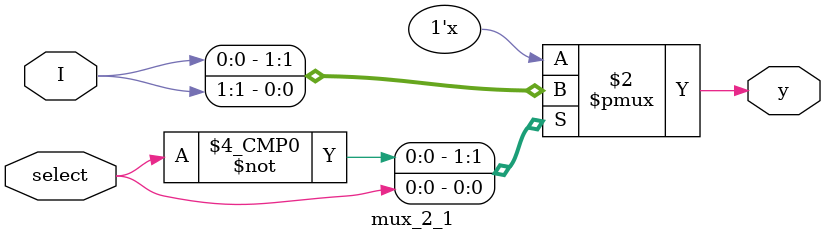
<source format=v>

/*
3](a)design 2x1 mux
*/

module mux_2_1
(
  input [1:0] I,
  input select,
  output reg y
);

always @(*) begin
  case (select)
    1'b0: y = I[0];
    1'b1: y = I[1];
    default: y = 1'bx;
  endcase
end

endmodule

</source>
